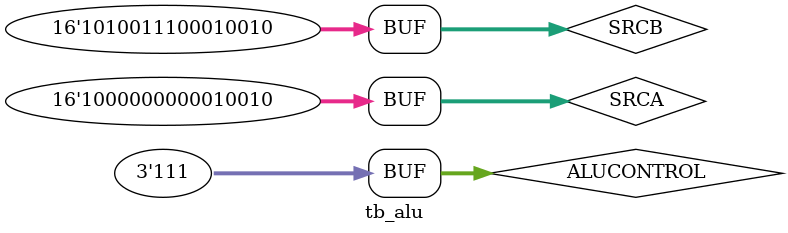
<source format=sv>
`ifndef TB_ALU
`define TB_ALU

`timescale 1ns/100ps
`include "alu.sv"

module tb_alu;
    parameter N = 16;
    reg [N-1:0] SRCA, SRCB;
    reg [2:0] ALUCONTROL;
    logic [N-1:0] OUT;
    logic ZEROO;


    initial begin
        $dumpfile("alu.vcd");
        $dumpvars(0, uut);
        $monitor("srcA = %b, srcB = %b, alucontrol = %b, out = %b, zero = %b", SRCA, SRCB, ALUCONTROL, OUT, ZEROO);
       
    end

    initial
    begin: apply_stimulus
      SRCA <= #N'b1000000000010010;
      SRCB <= #N'b1010011100010010;
      ALUCONTROL <= 3'b000;
      #10
      SRCA <= #N'b1000000000010010;
      SRCB <= #N'b1010011100010010;
      ALUCONTROL <= 3'b001;
      #10
      SRCA <= #N'b1000000000010010;
      SRCB <= #N'b1010011100010010;
      ALUCONTROL <= 3'b010;
      #10
      SRCA <= #N'b1000000000010010;
      SRCB <= #N'b0000000000000010;
      ALUCONTROL <= 3'b011;
      #100
      SRCA <= #N'b1000000000010010;
      SRCB <= #N'b1010011100010010;
      ALUCONTROL <= 3'b100;
      #100
      SRCA <= #N'b1000000000010010;
      SRCB <= #N'b1000000000010010;
      ALUCONTROL <= 3'b101;
      #100
      SRCA <= #N'b1000000000010010;
      SRCB <= #N'b1010011100010010;
      ALUCONTROL <= 3'b110;
      #10
      SRCA <= #N'b1000000000010010;
      SRCB <= #N'b1010011100010010;
      ALUCONTROL <= 3'b111;
      
   end

   alu #(.n(N)) uut(
        .srcA(SRCA), .srcB(SRCB), .alucontrol(ALUCONTROL), .out(OUT), .zeroo(ZEROO)
   );

endmodule
`endif // TB_ALU
</source>
